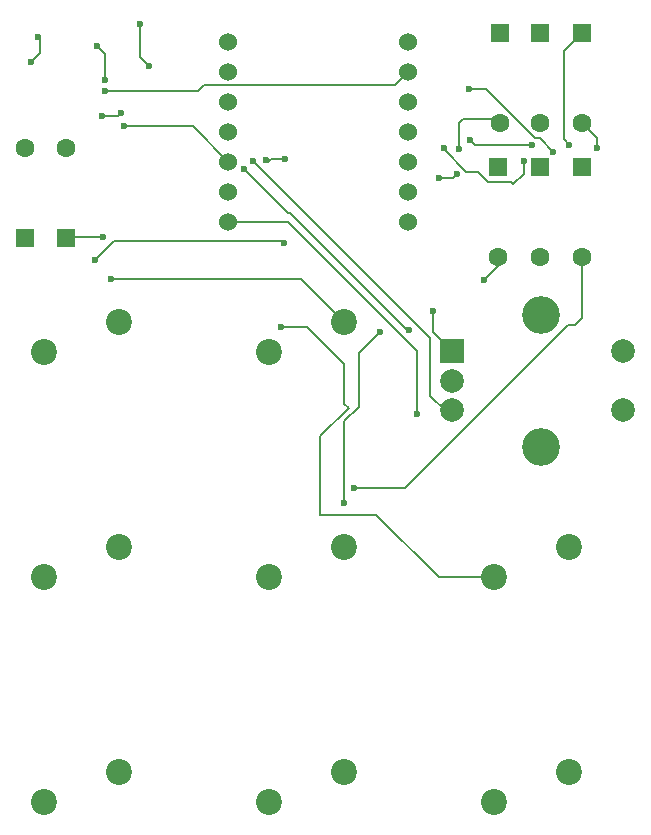
<source format=gbr>
%TF.GenerationSoftware,KiCad,Pcbnew,9.0.2*%
%TF.CreationDate,2025-08-01T00:08:25-07:00*%
%TF.ProjectId,macropad,6d616372-6f70-4616-942e-6b696361645f,rev?*%
%TF.SameCoordinates,Original*%
%TF.FileFunction,Copper,L2,Bot*%
%TF.FilePolarity,Positive*%
%FSLAX46Y46*%
G04 Gerber Fmt 4.6, Leading zero omitted, Abs format (unit mm)*
G04 Created by KiCad (PCBNEW 9.0.2) date 2025-08-01 00:08:25*
%MOMM*%
%LPD*%
G01*
G04 APERTURE LIST*
G04 Aperture macros list*
%AMRoundRect*
0 Rectangle with rounded corners*
0 $1 Rounding radius*
0 $2 $3 $4 $5 $6 $7 $8 $9 X,Y pos of 4 corners*
0 Add a 4 corners polygon primitive as box body*
4,1,4,$2,$3,$4,$5,$6,$7,$8,$9,$2,$3,0*
0 Add four circle primitives for the rounded corners*
1,1,$1+$1,$2,$3*
1,1,$1+$1,$4,$5*
1,1,$1+$1,$6,$7*
1,1,$1+$1,$8,$9*
0 Add four rect primitives between the rounded corners*
20,1,$1+$1,$2,$3,$4,$5,0*
20,1,$1+$1,$4,$5,$6,$7,0*
20,1,$1+$1,$6,$7,$8,$9,0*
20,1,$1+$1,$8,$9,$2,$3,0*%
G04 Aperture macros list end*
%TA.AperFunction,ComponentPad*%
%ADD10C,1.600000*%
%TD*%
%TA.AperFunction,ComponentPad*%
%ADD11RoundRect,0.250000X-0.550000X0.550000X-0.550000X-0.550000X0.550000X-0.550000X0.550000X0.550000X0*%
%TD*%
%TA.AperFunction,ComponentPad*%
%ADD12RoundRect,0.250000X0.550000X-0.550000X0.550000X0.550000X-0.550000X0.550000X-0.550000X-0.550000X0*%
%TD*%
%TA.AperFunction,ComponentPad*%
%ADD13C,1.524000*%
%TD*%
%TA.AperFunction,ComponentPad*%
%ADD14C,2.200000*%
%TD*%
%TA.AperFunction,ComponentPad*%
%ADD15R,2.000000X2.000000*%
%TD*%
%TA.AperFunction,ComponentPad*%
%ADD16C,2.000000*%
%TD*%
%TA.AperFunction,ComponentPad*%
%ADD17C,3.200000*%
%TD*%
%TA.AperFunction,ViaPad*%
%ADD18C,0.600000*%
%TD*%
%TA.AperFunction,Conductor*%
%ADD19C,0.200000*%
%TD*%
G04 APERTURE END LIST*
D10*
%TO.P,D13,2,A*%
%TO.N,Net-(D13-A)*%
X108400000Y-59010000D03*
D11*
%TO.P,D13,1,K*%
%TO.N,Net-(D10-K)*%
X108400000Y-51390000D03*
%TD*%
D10*
%TO.P,D14,2,A*%
%TO.N,Net-(D14-A)*%
X104850000Y-59010000D03*
D11*
%TO.P,D14,1,K*%
%TO.N,Net-(D11-K)*%
X104850000Y-51390000D03*
%TD*%
D10*
%TO.P,D12,2,A*%
%TO.N,Net-(D12-A)*%
X101300000Y-70370000D03*
D11*
%TO.P,D12,1,K*%
%TO.N,Net-(D12-K)*%
X101300000Y-62750000D03*
%TD*%
D10*
%TO.P,D7,2,A*%
%TO.N,Net-(D7-A)*%
X64750000Y-61140000D03*
D12*
%TO.P,D7,1,K*%
%TO.N,Net-(D10-K)*%
X64750000Y-68760000D03*
%TD*%
D10*
%TO.P,D9,2,A*%
%TO.N,Net-(D9-A)*%
X101450000Y-59010000D03*
D11*
%TO.P,D9,1,K*%
%TO.N,Net-(D12-K)*%
X101450000Y-51390000D03*
%TD*%
D10*
%TO.P,D10,2,A*%
%TO.N,Net-(D10-A)*%
X108400000Y-70370000D03*
D11*
%TO.P,D10,1,K*%
%TO.N,Net-(D10-K)*%
X108400000Y-62750000D03*
%TD*%
D10*
%TO.P,D8,2,A*%
%TO.N,Net-(D8-A)*%
X61250000Y-61140000D03*
D12*
%TO.P,D8,1,K*%
%TO.N,Net-(D11-K)*%
X61250000Y-68760000D03*
%TD*%
D10*
%TO.P,D11,2,A*%
%TO.N,Net-(D11-A)*%
X104850000Y-70370000D03*
D11*
%TO.P,D11,1,K*%
%TO.N,Net-(D11-K)*%
X104850000Y-62750000D03*
%TD*%
D13*
%TO.P,U1,1,GPIO26/ADC0/A0*%
%TO.N,unconnected-(U1-GPIO26{slash}ADC0{slash}A0-Pad1)*%
X78470000Y-52160000D03*
%TO.P,U1,2,GPIO27/ADC1/A1*%
%TO.N,Net-(U1-GPIO27{slash}ADC1{slash}A1)*%
X78470000Y-54700000D03*
%TO.P,U1,3,GPIO28/ADC2/A2*%
%TO.N,Net-(U1-GPIO28{slash}ADC2{slash}A2)*%
X78470000Y-57240000D03*
%TO.P,U1,4,GPIO29/ADC3/A3*%
%TO.N,Net-(U1-GPIO29{slash}ADC3{slash}A3)*%
X78470000Y-59780000D03*
%TO.P,U1,5,GPIO6/SDA*%
%TO.N,Net-(D1-DIN)*%
X78470000Y-62320000D03*
%TO.P,U1,6,GPIO7/SCL*%
%TO.N,Net-(U1-GPIO7{slash}SCL)*%
X78470000Y-64860000D03*
%TO.P,U1,7,GPIO0/TX*%
%TO.N,Net-(U1-GPIO0{slash}TX)*%
X78470000Y-67400000D03*
%TO.P,U1,8,GPIO1/RX*%
%TO.N,Net-(U1-GPIO1{slash}RX)*%
X93710000Y-67400000D03*
%TO.P,U1,9,GPIO2/SCK*%
%TO.N,Net-(D12-K)*%
X93710000Y-64860000D03*
%TO.P,U1,10,GPIO4/MISO*%
%TO.N,Net-(D11-K)*%
X93710000Y-62320000D03*
%TO.P,U1,11,GPIO3/MOSI*%
%TO.N,Net-(D10-K)*%
X93710000Y-59780000D03*
%TO.P,U1,12,3V3*%
%TO.N,unconnected-(U1-3V3-Pad12)*%
X93710000Y-57240000D03*
%TO.P,U1,13,GND*%
%TO.N,GND*%
X93710000Y-54700000D03*
%TO.P,U1,14,VBUS*%
%TO.N,+5V*%
X93710000Y-52160000D03*
%TD*%
D14*
%TO.P,SW9,1,1*%
%TO.N,Net-(D14-A)*%
X107315000Y-113982500D03*
%TO.P,SW9,2,2*%
%TO.N,Net-(U1-GPIO27{slash}ADC1{slash}A1)*%
X100965000Y-116522500D03*
%TD*%
%TO.P,SW8,1,1*%
%TO.N,Net-(D13-A)*%
X107315000Y-94932500D03*
%TO.P,SW8,2,2*%
%TO.N,Net-(U1-GPIO27{slash}ADC1{slash}A1)*%
X100965000Y-97472500D03*
%TD*%
%TO.P,SW3,1,1*%
%TO.N,Net-(D9-A)*%
X88265000Y-94932500D03*
%TO.P,SW3,2,2*%
%TO.N,Net-(U1-GPIO1{slash}RX)*%
X81915000Y-97472500D03*
%TD*%
%TO.P,SW1,1,1*%
%TO.N,Net-(D7-A)*%
X69215000Y-75882500D03*
%TO.P,SW1,2,2*%
%TO.N,Net-(U1-GPIO1{slash}RX)*%
X62865000Y-78422500D03*
%TD*%
%TO.P,SW6,1,1*%
%TO.N,Net-(D12-A)*%
X88265000Y-113982500D03*
%TO.P,SW6,2,2*%
%TO.N,Net-(U1-GPIO7{slash}SCL)*%
X81915000Y-116522500D03*
%TD*%
%TO.P,SW4,1,1*%
%TO.N,Net-(D10-A)*%
X69215000Y-94932500D03*
%TO.P,SW4,2,2*%
%TO.N,Net-(U1-GPIO7{slash}SCL)*%
X62865000Y-97472500D03*
%TD*%
%TO.P,SW5,1,1*%
%TO.N,Net-(D11-A)*%
X69215000Y-113982500D03*
%TO.P,SW5,2,2*%
%TO.N,Net-(U1-GPIO7{slash}SCL)*%
X62865000Y-116522500D03*
%TD*%
%TO.P,SW2,1,1*%
%TO.N,Net-(D8-A)*%
X88265000Y-75882500D03*
%TO.P,SW2,2,2*%
%TO.N,Net-(U1-GPIO1{slash}RX)*%
X81915000Y-78422500D03*
%TD*%
D15*
%TO.P,SW7,A,A*%
%TO.N,Net-(U1-GPIO29{slash}ADC3{slash}A3)*%
X97418750Y-78343750D03*
D16*
%TO.P,SW7,B,B*%
%TO.N,Net-(U1-GPIO28{slash}ADC2{slash}A2)*%
X97418750Y-83343750D03*
%TO.P,SW7,C,C*%
%TO.N,GND*%
X97418750Y-80843750D03*
D17*
%TO.P,SW7,MP*%
%TO.N,N/C*%
X104918750Y-75243750D03*
X104918750Y-86443750D03*
D16*
%TO.P,SW7,S1,S1*%
%TO.N,Net-(U1-GPIO0{slash}TX)*%
X111918750Y-83343750D03*
%TO.P,SW7,S2,S2*%
%TO.N,GND*%
X111918750Y-78343750D03*
%TD*%
D18*
%TO.N,Net-(D1-DOUT)*%
X62350000Y-51700000D03*
X61750000Y-53850000D03*
%TO.N,GND*%
X67750000Y-58450000D03*
X69400000Y-58150000D03*
%TO.N,Net-(U1-GPIO29{slash}ADC3{slash}A3)*%
X95800000Y-74950000D03*
X93800000Y-76550000D03*
X79800000Y-62900000D03*
%TO.N,Net-(D12-K)*%
X97850000Y-63350000D03*
X96300000Y-63700000D03*
%TO.N,Net-(D11-K)*%
X96700000Y-61150000D03*
X103500000Y-62250000D03*
%TO.N,Net-(D8-A)*%
X68500000Y-72250000D03*
%TO.N,Net-(U1-GPIO28{slash}ADC2{slash}A2)*%
X80550000Y-62200000D03*
%TO.N,Net-(D10-K)*%
X67850000Y-68700000D03*
X81700000Y-62150000D03*
X83250000Y-62050000D03*
%TO.N,GND*%
X98850000Y-56150000D03*
X105950000Y-61450000D03*
%TO.N,Net-(D9-A)*%
X91300000Y-76700000D03*
X88300000Y-91200000D03*
X98000000Y-61250000D03*
%TO.N,Net-(U1-GPIO27{slash}ADC1{slash}A1)*%
X82950000Y-76300000D03*
%TO.N,GND*%
X67350000Y-52500000D03*
X68000000Y-55350000D03*
X68000000Y-56300000D03*
%TO.N,Net-(D11-K)*%
X67200000Y-70600000D03*
X83150000Y-69200000D03*
%TO.N,Net-(D1-DIN)*%
X69600000Y-59300000D03*
%TO.N,Net-(D10-K)*%
X98950000Y-60450000D03*
X104150000Y-60850000D03*
X107350000Y-60850000D03*
%TO.N,Net-(D13-A)*%
X109700000Y-61100000D03*
%TO.N,Net-(D10-A)*%
X89150000Y-89950000D03*
%TO.N,Net-(D12-A)*%
X100150000Y-72300000D03*
%TO.N,Net-(U1-GPIO0{slash}TX)*%
X94450000Y-83700000D03*
%TO.N,+5V*%
X71000000Y-50600000D03*
X71750000Y-54200000D03*
%TD*%
D19*
%TO.N,Net-(D1-DOUT)*%
X62500000Y-52550000D02*
X62500000Y-51850000D01*
X62500000Y-53100000D02*
X62500000Y-52550000D01*
X62500000Y-51850000D02*
X62350000Y-51700000D01*
X61750000Y-53850000D02*
X62500000Y-53100000D01*
%TO.N,GND*%
X69100000Y-58450000D02*
X69400000Y-58150000D01*
X67750000Y-58450000D02*
X69100000Y-58450000D01*
%TO.N,Net-(U1-GPIO29{slash}ADC3{slash}A3)*%
X83700000Y-66650000D02*
X93600000Y-76550000D01*
X93600000Y-76550000D02*
X93800000Y-76550000D01*
X79800000Y-62900000D02*
X83550000Y-66650000D01*
X83550000Y-66650000D02*
X83700000Y-66650000D01*
X95800000Y-74950000D02*
X95800000Y-76725000D01*
X95800000Y-76725000D02*
X97418750Y-78343750D01*
%TO.N,Net-(D12-K)*%
X96300000Y-63700000D02*
X97500000Y-63700000D01*
X97500000Y-63700000D02*
X97850000Y-63350000D01*
%TO.N,Net-(D11-K)*%
X103500000Y-63300000D02*
X103500000Y-62250000D01*
X102400000Y-64000000D02*
X102600000Y-64200000D01*
X102600000Y-64200000D02*
X103500000Y-63300000D01*
X96700000Y-61250000D02*
X98600000Y-63150000D01*
X99600000Y-63150000D02*
X100450000Y-64000000D01*
X96700000Y-61150000D02*
X96700000Y-61250000D01*
X98600000Y-63150000D02*
X99600000Y-63150000D01*
X100450000Y-64000000D02*
X102400000Y-64000000D01*
%TO.N,Net-(D8-A)*%
X68500000Y-72250000D02*
X84632500Y-72250000D01*
X84632500Y-72250000D02*
X88265000Y-75882500D01*
%TO.N,Net-(U1-GPIO28{slash}ADC2{slash}A2)*%
X95550000Y-77200000D02*
X95550000Y-82100000D01*
X95550000Y-82100000D02*
X96793750Y-83343750D01*
X96793750Y-83343750D02*
X97418750Y-83343750D01*
X80550000Y-62200000D02*
X95550000Y-77200000D01*
%TO.N,Net-(D10-K)*%
X83250000Y-62050000D02*
X82100000Y-62050000D01*
X82100000Y-62050000D02*
X81850000Y-62300000D01*
X81850000Y-62300000D02*
X81700000Y-62150000D01*
X64810000Y-68700000D02*
X64750000Y-68760000D01*
X67850000Y-68700000D02*
X64810000Y-68700000D01*
%TO.N,GND*%
X104474265Y-60325736D02*
X100298529Y-56150000D01*
X105950000Y-61450000D02*
X104825736Y-60325736D01*
X100298529Y-56150000D02*
X98850000Y-56150000D01*
X104825736Y-60325736D02*
X104474265Y-60325736D01*
%TO.N,Net-(D9-A)*%
X98000000Y-61250000D02*
X98000000Y-59000000D01*
X88300000Y-91200000D02*
X88300000Y-84250000D01*
X89500000Y-78500000D02*
X91300000Y-76700000D01*
X89500000Y-83050000D02*
X89500000Y-78500000D01*
X98000000Y-59000000D02*
X98300000Y-58700000D01*
X101140000Y-58700000D02*
X101450000Y-59010000D01*
X88300000Y-84250000D02*
X89500000Y-83050000D01*
X98300000Y-58700000D02*
X101140000Y-58700000D01*
%TO.N,Net-(U1-GPIO27{slash}ADC1{slash}A1)*%
X91000000Y-92200000D02*
X96272500Y-97472500D01*
X96272500Y-97472500D02*
X100965000Y-97472500D01*
X82950000Y-76300000D02*
X85150000Y-76300000D01*
X88650000Y-83150000D02*
X86250000Y-85550000D01*
X85150000Y-76300000D02*
X88300000Y-79450000D01*
X86250000Y-92200000D02*
X91000000Y-92200000D01*
X88300000Y-79450000D02*
X88300000Y-82800000D01*
X88300000Y-82800000D02*
X88650000Y-83150000D01*
X86250000Y-85550000D02*
X86250000Y-92200000D01*
%TO.N,GND*%
X68000000Y-55350000D02*
X68000000Y-53150000D01*
X68000000Y-53150000D02*
X67350000Y-52500000D01*
X75900000Y-56300000D02*
X76400000Y-55800000D01*
X92610000Y-55800000D02*
X93710000Y-54700000D01*
X68000000Y-56300000D02*
X75900000Y-56300000D01*
X76400000Y-55800000D02*
X92610000Y-55800000D01*
%TO.N,Net-(D11-K)*%
X83150000Y-69050000D02*
X83150000Y-69200000D01*
X67200000Y-70600000D02*
X68750000Y-69050000D01*
X68750000Y-69050000D02*
X83150000Y-69050000D01*
%TO.N,Net-(D1-DIN)*%
X69600000Y-59300000D02*
X75450000Y-59300000D01*
X75450000Y-59300000D02*
X78470000Y-62320000D01*
%TO.N,Net-(D10-K)*%
X104150000Y-60850000D02*
X99350000Y-60850000D01*
X99350000Y-60850000D02*
X98950000Y-60450000D01*
X107350000Y-60850000D02*
X106900000Y-60400000D01*
X106900000Y-60400000D02*
X106900000Y-52890000D01*
X106900000Y-52890000D02*
X108400000Y-51390000D01*
%TO.N,Net-(D13-A)*%
X109700000Y-61100000D02*
X109700000Y-60310000D01*
X109700000Y-60310000D02*
X108400000Y-59010000D01*
%TO.N,Net-(D10-A)*%
X89150000Y-89950000D02*
X93400000Y-89950000D01*
X93400000Y-89950000D02*
X107200000Y-76150000D01*
X107200000Y-76150000D02*
X107800000Y-76150000D01*
X107800000Y-76150000D02*
X108400000Y-75550000D01*
X108400000Y-75550000D02*
X108400000Y-70370000D01*
%TO.N,Net-(D12-A)*%
X101300000Y-71150000D02*
X101300000Y-70370000D01*
X100150000Y-72300000D02*
X101300000Y-71150000D01*
%TO.N,Net-(U1-GPIO0{slash}TX)*%
X83550000Y-67400000D02*
X78470000Y-67400000D01*
X94450000Y-78300000D02*
X83550000Y-67400000D01*
X94450000Y-83700000D02*
X94450000Y-78300000D01*
%TO.N,+5V*%
X71000000Y-53450000D02*
X71750000Y-54200000D01*
X71000000Y-50600000D02*
X71000000Y-53450000D01*
%TD*%
M02*

</source>
